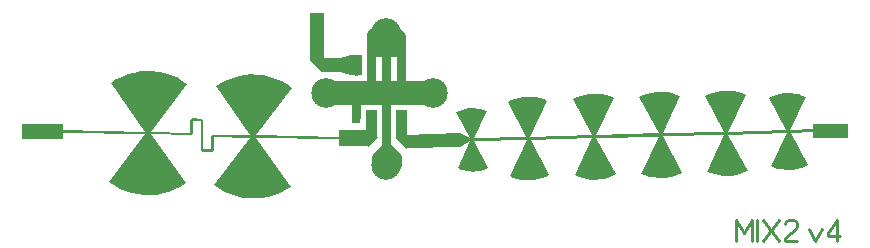
<source format=gbr>
%FSLAX34Y34*%
%MOMM*%
%LNCOPPER_TOP*%
G71*
G01*
%ADD10R,0.800X1.100*%
%ADD11C,0.800*%
%ADD12R,8.500X2.100*%
%ADD13C,2.500*%
%ADD14C,0.930*%
%ADD15C,0.010*%
%ADD16C,1.200*%
%ADD17C,0.222*%
%LPD*%
X283520Y912450D02*
G54D10*
D03*
X283520Y953250D02*
G54D10*
D03*
X296220Y912450D02*
G54D10*
D03*
G36*
X292220Y958750D02*
X300220Y958750D01*
X300220Y947750D01*
X292220Y947750D01*
X292220Y958750D01*
G37*
X308920Y912450D02*
G54D10*
D03*
G36*
X304920Y958750D02*
X312920Y958750D01*
X312920Y947750D01*
X304920Y947750D01*
X304920Y958750D01*
G37*
X321620Y912450D02*
G54D10*
D03*
X321620Y953250D02*
G54D10*
D03*
G54D11*
X283520Y912450D02*
X283520Y930450D01*
G54D11*
X308920Y912450D02*
X308920Y930050D01*
X308520Y930450D01*
G54D11*
X296220Y953250D02*
X296220Y936150D01*
X295520Y935450D01*
G54D11*
X308920Y953250D02*
X308920Y934850D01*
X308520Y934450D01*
G54D11*
X321620Y953250D02*
X321620Y935550D01*
X320520Y934450D01*
X302520Y932450D02*
G54D12*
D03*
X257520Y932450D02*
G54D13*
D03*
X348520Y932450D02*
G54D13*
D03*
X308920Y982850D02*
G54D13*
D03*
G54D11*
X296220Y953250D02*
X296220Y975150D01*
X305520Y986450D01*
G54D11*
X321620Y953250D02*
X321620Y980350D01*
X316520Y985450D01*
G54D11*
X308920Y953250D02*
X308920Y982850D01*
G54D11*
X296520Y967450D02*
X320520Y967450D01*
X306520Y967450D01*
X300520Y973450D01*
G36*
X296220Y975150D02*
X296220Y982150D01*
X301520Y987450D01*
X315764Y987426D01*
X321620Y980350D01*
X321620Y968550D01*
X320520Y967450D01*
X296220Y975150D01*
G37*
G54D11*
X296220Y975150D02*
X296220Y982150D01*
X301520Y987450D01*
X315764Y987426D01*
X321620Y980350D01*
X321620Y968550D01*
X320520Y967450D01*
X296220Y975150D01*
G54D14*
X296195Y913400D02*
X296187Y899499D01*
G36*
X300845Y913397D02*
X291545Y913402D01*
X291548Y918052D01*
X300848Y918047D01*
X300845Y913397D01*
G37*
G36*
X291537Y899502D02*
X300837Y899496D01*
X300834Y894846D01*
X291534Y894852D01*
X291537Y899502D01*
G37*
G36*
X293093Y887648D02*
X300800Y894844D01*
X292997Y897226D01*
X293093Y887648D01*
G37*
G54D15*
X293093Y887648D02*
X300800Y894844D01*
X292997Y897226D01*
X293093Y887648D01*
G54D11*
X308920Y912450D02*
X308920Y871850D01*
X309020Y871750D01*
X308920Y871850D02*
G54D13*
D03*
G54D14*
X283520Y952250D02*
X283520Y960250D01*
G36*
X278870Y952250D02*
X288170Y952250D01*
X288170Y947600D01*
X278870Y947600D01*
X278870Y952250D01*
G37*
G36*
X288170Y960250D02*
X278870Y960250D01*
X278870Y964900D01*
X288170Y964900D01*
X288170Y960250D01*
G37*
G54D14*
X301020Y871750D02*
X301020Y878250D01*
X308770Y886000D01*
G54D14*
X316862Y871750D02*
X316862Y878250D01*
X309112Y886000D01*
G54D14*
X321620Y913400D02*
X321628Y898781D01*
G36*
X326270Y913403D02*
X316970Y913397D01*
X316968Y918047D01*
X326268Y918053D01*
X326270Y913403D01*
G37*
G36*
X316978Y898779D02*
X326278Y898784D01*
X326281Y894134D01*
X316981Y894129D01*
X316978Y898779D01*
G37*
G36*
X325299Y886159D02*
X317031Y894133D01*
X324983Y895374D01*
X325299Y886159D01*
G37*
G54D15*
X325299Y886159D02*
X317031Y894133D01*
X324983Y895374D01*
X325299Y886159D01*
G54D16*
X249970Y984000D02*
X249970Y994000D01*
G36*
X243970Y984000D02*
X255970Y984000D01*
X255970Y978000D01*
X243970Y978000D01*
X243970Y984000D01*
G37*
G36*
X255970Y994000D02*
X243970Y994000D01*
X243970Y1000000D01*
X255970Y1000000D01*
X255970Y994000D01*
G37*
G54D17*
X604879Y807273D02*
X604879Y825051D01*
X611546Y813940D01*
X618212Y825051D01*
X618212Y807273D01*
G54D17*
X623101Y807273D02*
X623101Y825051D01*
G54D17*
X627990Y825051D02*
X641323Y807273D01*
G54D17*
X627990Y807273D02*
X641323Y825051D01*
G54D17*
X656879Y807273D02*
X646212Y807273D01*
X646212Y808384D01*
X647545Y810606D01*
X655545Y817273D01*
X656879Y819495D01*
X656879Y821717D01*
X655545Y823940D01*
X652879Y825051D01*
X650212Y825051D01*
X647545Y823940D01*
X646212Y821717D01*
G54D17*
X666924Y817273D02*
X672257Y807273D01*
X677591Y817273D01*
G54D17*
X690480Y807273D02*
X690480Y825051D01*
X682480Y813940D01*
X682480Y811717D01*
X693147Y811717D01*
G36*
X34863Y898794D02*
X104852Y897573D01*
X104887Y899572D01*
X34882Y900796D01*
X34863Y898794D01*
G37*
G36*
X104852Y897573D02*
X104887Y899572D01*
X75801Y941111D01*
X80294Y943944D01*
X85038Y946329D01*
X89991Y948246D01*
X95106Y949675D01*
X100335Y950604D01*
X105629Y951025D01*
X110940Y950932D01*
X116216Y950327D01*
X121409Y949216D01*
X126471Y947609D01*
X131354Y945521D01*
X136013Y942971D01*
X140404Y939983D01*
X109886Y899485D01*
X109851Y897485D01*
X138937Y855947D01*
X134444Y853114D01*
X129699Y850728D01*
X124746Y848812D01*
X119632Y847382D01*
X114403Y846453D01*
X109108Y846033D01*
X103798Y846126D01*
X98522Y846730D01*
X93329Y847842D01*
X88267Y849449D01*
X83384Y851537D01*
X78725Y854087D01*
X74334Y857074D01*
X104852Y897573D01*
G37*
G36*
X109851Y897485D02*
X143432Y896899D01*
X144870Y898288D01*
X145055Y908873D01*
X152054Y908750D01*
X151625Y884168D01*
X153014Y882730D01*
X161185Y882587D01*
X162623Y883976D01*
X162819Y895160D01*
X193814Y894619D01*
X193849Y896619D01*
X162268Y897170D01*
X160829Y895781D01*
X160634Y884597D01*
X153635Y884719D01*
X154064Y909301D01*
X152675Y910740D01*
X144504Y910883D01*
X143066Y909493D01*
X142881Y898909D01*
X109886Y899485D01*
X109851Y897485D01*
G37*
G36*
X193814Y894619D02*
X193849Y896619D01*
X164763Y938158D01*
X169256Y940990D01*
X174000Y943376D01*
X178953Y945292D01*
X184068Y946722D01*
X189297Y947651D01*
X194591Y948071D01*
X199902Y947979D01*
X205178Y947374D01*
X210371Y946263D01*
X215433Y944656D01*
X220316Y942567D01*
X224975Y940018D01*
X229366Y937030D01*
X198848Y896532D01*
X198813Y894532D01*
X227899Y852993D01*
X223406Y850161D01*
X218662Y847775D01*
X213709Y845859D01*
X208594Y844429D01*
X203365Y843500D01*
X198071Y843080D01*
X192760Y843172D01*
X187484Y843777D01*
X182291Y844888D01*
X177229Y846495D01*
X172346Y848584D01*
X167687Y851133D01*
X163296Y854121D01*
X193814Y894619D01*
G37*
G36*
X198813Y894532D02*
X268803Y893310D01*
X268837Y895310D01*
X198848Y896532D01*
X198813Y894532D01*
G37*
G36*
X268704Y887689D02*
X293093Y887648D01*
X293326Y900843D01*
X268936Y900932D01*
X268704Y887689D01*
G37*
G36*
X485Y893316D02*
X34885Y893316D01*
X34885Y906561D01*
X485Y906561D01*
X485Y893316D01*
G37*
G36*
X244000Y978000D02*
X244000Y960000D01*
X254000Y950000D01*
X270000Y950000D01*
X270000Y962000D01*
X256000Y962000D01*
X256000Y978000D01*
X244000Y978000D01*
G37*
G36*
X270000Y962000D02*
X278873Y964899D01*
X278875Y947607D01*
X270000Y950000D01*
X270000Y962000D01*
G37*
G36*
X699926Y906002D02*
X669855Y906012D01*
X669861Y894502D01*
X699946Y894508D01*
X699926Y906002D01*
G37*
G36*
X669973Y901527D02*
X651098Y901033D01*
X651165Y898474D01*
X670040Y898968D01*
X669973Y901527D01*
G37*
G36*
X651098Y901033D02*
X651165Y898474D01*
X665706Y871283D01*
X662801Y869899D01*
X659780Y868790D01*
X656669Y867967D01*
X653495Y867437D01*
X650286Y867203D01*
X647068Y867269D01*
X643871Y867632D01*
X640722Y868291D01*
X637646Y869240D01*
X634673Y870470D01*
X647771Y898385D01*
X647704Y900944D01*
X633163Y928135D01*
X636068Y929519D01*
X639089Y930628D01*
X642200Y931451D01*
X645374Y931981D01*
X648583Y932215D01*
X651801Y932150D01*
X654998Y931786D01*
X658148Y931127D01*
X661223Y930178D01*
X664196Y928948D01*
X651098Y901033D01*
G37*
G36*
X647704Y900944D02*
X598438Y899654D01*
X598505Y897095D01*
X647771Y898385D01*
X647704Y900944D01*
G37*
G36*
X598438Y899654D02*
X598505Y897095D01*
X614734Y866748D01*
X611529Y865220D01*
X608196Y863998D01*
X604763Y863089D01*
X601261Y862504D01*
X597720Y862246D01*
X594170Y862318D01*
X590642Y862720D01*
X587166Y863447D01*
X583774Y864494D01*
X580493Y865851D01*
X595111Y897006D01*
X595044Y899565D01*
X578815Y929913D01*
X582021Y931440D01*
X585354Y932663D01*
X588786Y933571D01*
X592289Y934156D01*
X595830Y934414D01*
X599380Y934342D01*
X602908Y933941D01*
X606383Y933214D01*
X609776Y932167D01*
X613057Y930810D01*
X598438Y899654D01*
G37*
G36*
X595044Y899565D02*
X543058Y898204D01*
X543125Y895645D01*
X595111Y897006D01*
X595044Y899565D01*
G37*
G36*
X543058Y898204D02*
X543125Y895645D01*
X559530Y864968D01*
X556293Y863426D01*
X552927Y862191D01*
X549461Y861274D01*
X545925Y860682D01*
X542349Y860422D01*
X538764Y860495D01*
X535202Y860900D01*
X531692Y861635D01*
X528266Y862692D01*
X524953Y864062D01*
X539730Y895556D01*
X539664Y898115D01*
X523258Y928792D01*
X526495Y930334D01*
X529861Y931569D01*
X533327Y932486D01*
X536863Y933078D01*
X540439Y933338D01*
X544024Y933265D01*
X547586Y932860D01*
X551096Y932125D01*
X554522Y931068D01*
X557835Y929698D01*
X543058Y898204D01*
G37*
G36*
X539664Y898115D02*
X486670Y896727D01*
X486737Y894168D01*
X539730Y895556D01*
X539664Y898115D01*
G37*
G36*
X486670Y896727D02*
X486737Y894168D01*
X503132Y863511D01*
X499897Y861969D01*
X496533Y860735D01*
X493069Y859819D01*
X489534Y859228D01*
X485961Y858968D01*
X482378Y859041D01*
X478818Y859446D01*
X475310Y860180D01*
X471886Y861236D01*
X468575Y862606D01*
X483343Y894080D01*
X483276Y896638D01*
X466881Y927296D01*
X470116Y928837D01*
X473480Y930072D01*
X476944Y930988D01*
X480478Y931579D01*
X484052Y931839D01*
X487635Y931766D01*
X491195Y931361D01*
X494703Y930627D01*
X498127Y929571D01*
X501438Y928201D01*
X486670Y896727D01*
G37*
G36*
X483276Y896638D02*
X430936Y895268D01*
X431003Y892709D01*
X483343Y894080D01*
X483276Y896638D01*
G37*
G36*
X430936Y895268D02*
X431003Y892709D01*
X446893Y862995D01*
X443748Y861497D01*
X440477Y860297D01*
X437109Y859406D01*
X433673Y858832D01*
X430199Y858579D01*
X426715Y858649D01*
X423254Y859043D01*
X419844Y859757D01*
X416515Y860784D01*
X413296Y862116D01*
X427609Y892620D01*
X427542Y895179D01*
X411652Y924893D01*
X414797Y926391D01*
X418068Y927591D01*
X421436Y928482D01*
X424872Y929056D01*
X428346Y929309D01*
X431830Y929239D01*
X435291Y928845D01*
X438701Y928131D01*
X442030Y927104D01*
X445249Y925772D01*
X430936Y895268D01*
G37*
G36*
X427542Y895179D02*
X383437Y894024D01*
X383504Y891465D01*
X427609Y892620D01*
X427542Y895179D01*
G37*
G36*
X383437Y894024D02*
X383504Y891465D01*
X395353Y869309D01*
X392927Y868153D01*
X390404Y867227D01*
X387806Y866540D01*
X385155Y866097D01*
X382475Y865902D01*
X379788Y865956D01*
X377118Y866260D01*
X374488Y866811D01*
X371920Y867603D01*
X369437Y868630D01*
X380110Y891376D01*
X380043Y893935D01*
X368194Y916092D01*
X370620Y917247D01*
X373143Y918173D01*
X375741Y918860D01*
X378391Y919303D01*
X381072Y919498D01*
X383758Y919444D01*
X386428Y919140D01*
X389059Y918590D01*
X391627Y917797D01*
X394110Y916770D01*
X383437Y894024D01*
G37*
G36*
X371096Y898189D02*
X371398Y886660D01*
X380110Y891376D01*
X380043Y893935D01*
X371096Y898189D01*
G37*
G36*
X371096Y898189D02*
X324900Y897184D01*
X325300Y886108D01*
X371398Y886660D01*
X371096Y898189D01*
G37*
M02*

</source>
